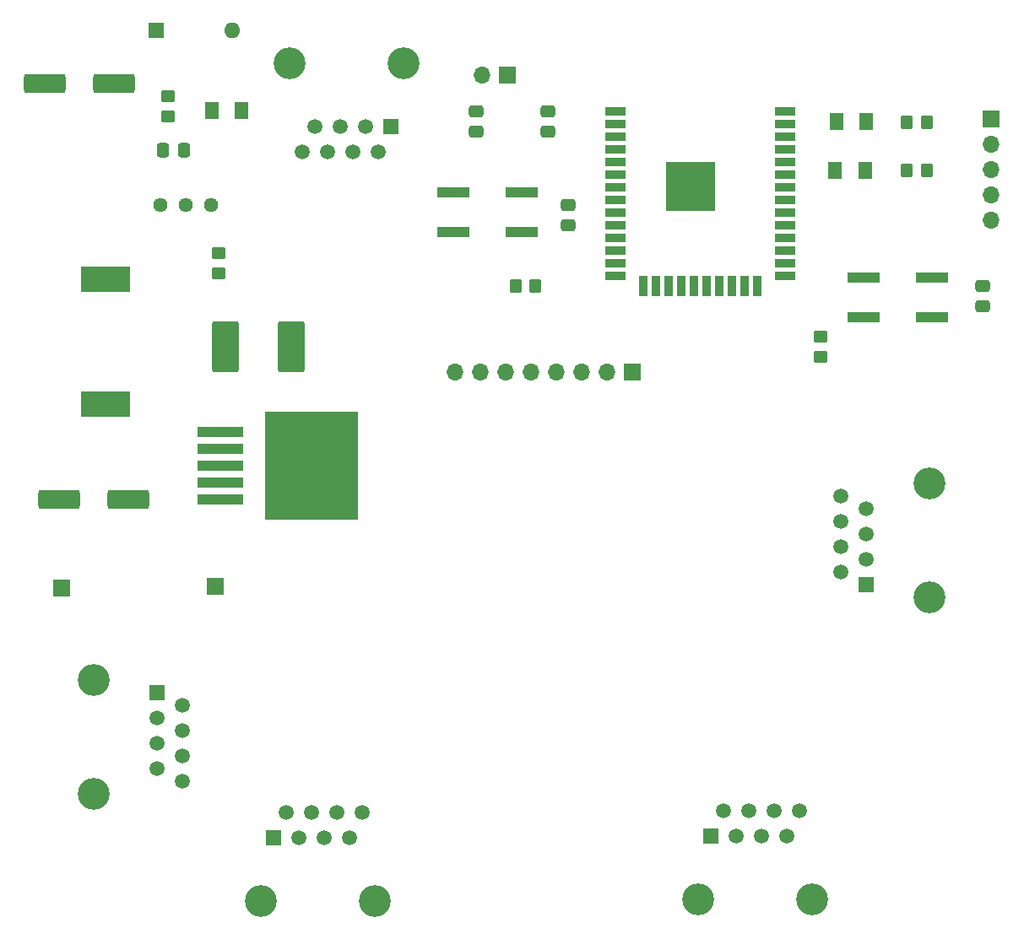
<source format=gbr>
%TF.GenerationSoftware,KiCad,Pcbnew,(6.0.1)*%
%TF.CreationDate,2022-05-21T12:13:39-05:00*%
%TF.ProjectId,esp32_2,65737033-325f-4322-9e6b-696361645f70,rev?*%
%TF.SameCoordinates,Original*%
%TF.FileFunction,Soldermask,Top*%
%TF.FilePolarity,Negative*%
%FSLAX46Y46*%
G04 Gerber Fmt 4.6, Leading zero omitted, Abs format (unit mm)*
G04 Created by KiCad (PCBNEW (6.0.1)) date 2022-05-21 12:13:39*
%MOMM*%
%LPD*%
G01*
G04 APERTURE LIST*
G04 Aperture macros list*
%AMRoundRect*
0 Rectangle with rounded corners*
0 $1 Rounding radius*
0 $2 $3 $4 $5 $6 $7 $8 $9 X,Y pos of 4 corners*
0 Add a 4 corners polygon primitive as box body*
4,1,4,$2,$3,$4,$5,$6,$7,$8,$9,$2,$3,0*
0 Add four circle primitives for the rounded corners*
1,1,$1+$1,$2,$3*
1,1,$1+$1,$4,$5*
1,1,$1+$1,$6,$7*
1,1,$1+$1,$8,$9*
0 Add four rect primitives between the rounded corners*
20,1,$1+$1,$2,$3,$4,$5,0*
20,1,$1+$1,$4,$5,$6,$7,0*
20,1,$1+$1,$6,$7,$8,$9,0*
20,1,$1+$1,$8,$9,$2,$3,0*%
G04 Aperture macros list end*
%ADD10R,1.700000X1.700000*%
%ADD11O,1.700000X1.700000*%
%ADD12RoundRect,0.250001X0.462499X0.624999X-0.462499X0.624999X-0.462499X-0.624999X0.462499X-0.624999X0*%
%ADD13RoundRect,0.250001X-0.462499X-0.624999X0.462499X-0.624999X0.462499X0.624999X-0.462499X0.624999X0*%
%ADD14RoundRect,0.250000X0.475000X-0.337500X0.475000X0.337500X-0.475000X0.337500X-0.475000X-0.337500X0*%
%ADD15RoundRect,0.250000X-0.475000X0.337500X-0.475000X-0.337500X0.475000X-0.337500X0.475000X0.337500X0*%
%ADD16C,3.200000*%
%ADD17R,1.500000X1.500000*%
%ADD18C,1.500000*%
%ADD19RoundRect,0.250000X-0.350000X-0.450000X0.350000X-0.450000X0.350000X0.450000X-0.350000X0.450000X0*%
%ADD20RoundRect,0.250000X-0.337500X-0.475000X0.337500X-0.475000X0.337500X0.475000X-0.337500X0.475000X0*%
%ADD21RoundRect,0.250000X-1.825000X-0.700000X1.825000X-0.700000X1.825000X0.700000X-1.825000X0.700000X0*%
%ADD22R,3.200000X1.000000*%
%ADD23RoundRect,0.250000X-0.450000X0.350000X-0.450000X-0.350000X0.450000X-0.350000X0.450000X0.350000X0*%
%ADD24R,5.000000X2.500000*%
%ADD25RoundRect,0.250000X0.450000X-0.350000X0.450000X0.350000X-0.450000X0.350000X-0.450000X-0.350000X0*%
%ADD26R,2.000000X0.900000*%
%ADD27R,0.900000X2.000000*%
%ADD28R,5.000000X5.000000*%
%ADD29R,1.600000X1.600000*%
%ADD30O,1.600000X1.600000*%
%ADD31RoundRect,0.250001X1.074999X2.324999X-1.074999X2.324999X-1.074999X-2.324999X1.074999X-2.324999X0*%
%ADD32C,1.440000*%
%ADD33R,4.600000X1.100000*%
%ADD34R,9.400000X10.800000*%
G04 APERTURE END LIST*
D10*
%TO.C,Espalda*%
X144561800Y-82854800D03*
D11*
X142021800Y-82854800D03*
X139481800Y-82854800D03*
X136941800Y-82854800D03*
X134401800Y-82854800D03*
X131861800Y-82854800D03*
X129321800Y-82854800D03*
X126781800Y-82854800D03*
%TD*%
D12*
%TO.C,TRANS*%
X168009900Y-57658000D03*
X165034900Y-57658000D03*
%TD*%
%TO.C,COM*%
X167908300Y-62585600D03*
X164933300Y-62585600D03*
%TD*%
D13*
%TO.C,D1*%
X102398500Y-56591200D03*
X105373500Y-56591200D03*
%TD*%
D14*
%TO.C,C4*%
X136144000Y-58695500D03*
X136144000Y-56620500D03*
%TD*%
%TO.C,C1*%
X128879600Y-58695500D03*
X128879600Y-56620500D03*
%TD*%
D10*
%TO.C,N_batt1*%
X102768400Y-104343200D03*
%TD*%
D15*
%TO.C,C3*%
X138176000Y-66018500D03*
X138176000Y-68093500D03*
%TD*%
D16*
%TO.C,M_izq1*%
X90571000Y-113700500D03*
X90571000Y-125130500D03*
D17*
X96921000Y-114970500D03*
D18*
X99461000Y-116240500D03*
X96921000Y-117510500D03*
X99461000Y-118780500D03*
X96921000Y-120050500D03*
X99461000Y-121320500D03*
X96921000Y-122590500D03*
X99461000Y-123860500D03*
%TD*%
D14*
%TO.C,C2*%
X179705000Y-76221500D03*
X179705000Y-74146500D03*
%TD*%
D19*
%TO.C,R18*%
X172117000Y-62585600D03*
X174117000Y-62585600D03*
%TD*%
D16*
%TO.C,Cabeza1*%
X110200500Y-51836000D03*
X121630500Y-51836000D03*
D17*
X120360500Y-58186000D03*
D18*
X119090500Y-60726000D03*
X117820500Y-58186000D03*
X116550500Y-60726000D03*
X115280500Y-58186000D03*
X114010500Y-60726000D03*
X112740500Y-58186000D03*
X111470500Y-60726000D03*
%TD*%
D16*
%TO.C,M_der1*%
X174371000Y-105410000D03*
X174371000Y-93980000D03*
D17*
X168021000Y-104140000D03*
D18*
X165481000Y-102870000D03*
X168021000Y-101600000D03*
X165481000Y-100330000D03*
X168021000Y-99060000D03*
X165481000Y-97790000D03*
X168021000Y-96520000D03*
X165481000Y-95250000D03*
%TD*%
D16*
%TO.C,P_izq1*%
X118780500Y-135870000D03*
X107350500Y-135870000D03*
D17*
X108620500Y-129520000D03*
D18*
X109890500Y-126980000D03*
X111160500Y-129520000D03*
X112430500Y-126980000D03*
X113700500Y-129520000D03*
X114970500Y-126980000D03*
X116240500Y-129520000D03*
X117510500Y-126980000D03*
%TD*%
D20*
%TO.C,CFF1*%
X97514500Y-60579000D03*
X99589500Y-60579000D03*
%TD*%
D21*
%TO.C,C_out_35v1*%
X85679000Y-53848000D03*
X92629000Y-53848000D03*
%TD*%
D22*
%TO.C,Reset1*%
X133448000Y-64802000D03*
X126648000Y-64802000D03*
X133448000Y-68802000D03*
X126648000Y-68802000D03*
%TD*%
D23*
%TO.C,R19*%
X98044000Y-55134000D03*
X98044000Y-57134000D03*
%TD*%
D24*
%TO.C,L1_SMD1*%
X91767000Y-86006000D03*
X91767000Y-73506000D03*
%TD*%
D10*
%TO.C,Control_voltaje1*%
X132029200Y-52984400D03*
D11*
X129489200Y-52984400D03*
%TD*%
D25*
%TO.C,R20*%
X103124000Y-72882000D03*
X103124000Y-70882000D03*
%TD*%
D19*
%TO.C,R16*%
X132858000Y-74168000D03*
X134858000Y-74168000D03*
%TD*%
D25*
%TO.C,R15*%
X163449000Y-81264000D03*
X163449000Y-79264000D03*
%TD*%
D26*
%TO.C,ESP32*%
X142884000Y-56685000D03*
X142884000Y-57955000D03*
X142884000Y-59225000D03*
X142884000Y-60495000D03*
X142884000Y-61765000D03*
X142884000Y-63035000D03*
X142884000Y-64305000D03*
X142884000Y-65575000D03*
X142884000Y-66845000D03*
X142884000Y-68115000D03*
X142884000Y-69385000D03*
X142884000Y-70655000D03*
X142884000Y-71925000D03*
X142884000Y-73195000D03*
D27*
X145669000Y-74195000D03*
X146939000Y-74195000D03*
X148209000Y-74195000D03*
X149479000Y-74195000D03*
X150749000Y-74195000D03*
X152019000Y-74195000D03*
X153289000Y-74195000D03*
X154559000Y-74195000D03*
X155829000Y-74195000D03*
X157099000Y-74195000D03*
D26*
X159884000Y-73195000D03*
X159884000Y-71925000D03*
X159884000Y-70655000D03*
X159884000Y-69385000D03*
X159884000Y-68115000D03*
X159884000Y-66845000D03*
X159884000Y-65575000D03*
X159884000Y-64305000D03*
X159884000Y-63035000D03*
X159884000Y-61765000D03*
X159884000Y-60495000D03*
X159884000Y-59225000D03*
X159884000Y-57955000D03*
X159884000Y-56685000D03*
D28*
X150384000Y-64185000D03*
%TD*%
D29*
%TO.C,off/on*%
X96816500Y-48514000D03*
D30*
X104436500Y-48514000D03*
%TD*%
D16*
%TO.C,P_der1*%
X151165500Y-135743000D03*
X162595500Y-135743000D03*
D17*
X152435500Y-129393000D03*
D18*
X153705500Y-126853000D03*
X154975500Y-129393000D03*
X156245500Y-126853000D03*
X157515500Y-129393000D03*
X158785500Y-126853000D03*
X160055500Y-129393000D03*
X161325500Y-126853000D03*
%TD*%
D31*
%TO.C,D1SMD1*%
X110336000Y-80264000D03*
X103786000Y-80264000D03*
%TD*%
D10*
%TO.C,P_Batt1*%
X87376000Y-104495600D03*
%TD*%
D21*
%TO.C,C_in_50V_470*%
X87076000Y-95631000D03*
X94026000Y-95631000D03*
%TD*%
D32*
%TO.C,RV1*%
X97272000Y-66040000D03*
X99812000Y-66040000D03*
X102352000Y-66040000D03*
%TD*%
D33*
%TO.C,U1*%
X103245000Y-88802000D03*
X103245000Y-90502000D03*
X103245000Y-92202000D03*
D34*
X112395000Y-92202000D03*
D33*
X103245000Y-93902000D03*
X103245000Y-95602000D03*
%TD*%
D19*
%TO.C,R17*%
X172117000Y-57785000D03*
X174117000Y-57785000D03*
%TD*%
D22*
%TO.C,Boot/flash1*%
X167796000Y-77311000D03*
X174596000Y-77311000D03*
X174596000Y-73311000D03*
X167796000Y-73311000D03*
%TD*%
D10*
%TO.C,Programador1*%
X180543200Y-57409000D03*
D11*
X180543200Y-59949000D03*
X180543200Y-62489000D03*
X180543200Y-65029000D03*
X180543200Y-67569000D03*
%TD*%
M02*

</source>
